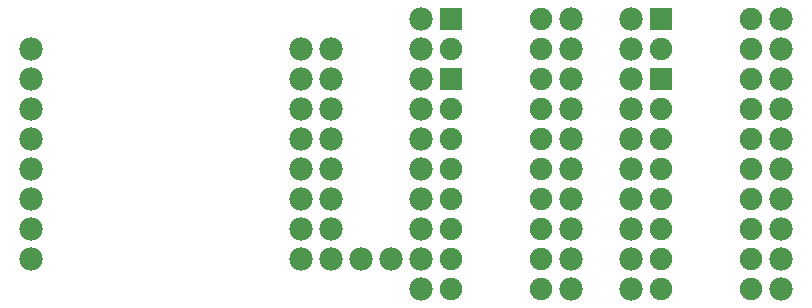
<source format=gtl>
G04 MADE WITH FRITZING*
G04 WWW.FRITZING.ORG*
G04 DOUBLE SIDED*
G04 HOLES PLATED*
G04 CONTOUR ON CENTER OF CONTOUR VECTOR*
%ASAXBY*%
%FSLAX23Y23*%
%MOIN*%
%OFA0B0*%
%SFA1.0B1.0*%
%ADD10C,0.078000*%
%ADD11C,0.075000*%
%ADD12R,0.075000X0.075000*%
%LNCOPPER1*%
G90*
G70*
G54D10*
X1873Y1172D03*
X1873Y1072D03*
X1873Y972D03*
X1873Y872D03*
X1873Y772D03*
X1873Y672D03*
X1873Y572D03*
X1873Y472D03*
X1873Y372D03*
X1873Y272D03*
X1373Y1172D03*
X1373Y1072D03*
X1373Y972D03*
X1373Y872D03*
X1373Y772D03*
X1373Y672D03*
X1373Y572D03*
X1373Y472D03*
X1373Y372D03*
X1373Y272D03*
X2073Y1172D03*
X2073Y1072D03*
X2073Y972D03*
X2073Y872D03*
X2073Y772D03*
X2073Y672D03*
X2073Y572D03*
X2073Y472D03*
X2073Y372D03*
X2073Y272D03*
X2573Y1172D03*
X2573Y1072D03*
X2573Y972D03*
X2573Y872D03*
X2573Y772D03*
X2573Y672D03*
X2573Y572D03*
X2573Y472D03*
X2573Y372D03*
X2573Y272D03*
G54D11*
X2173Y1172D03*
X2473Y1172D03*
X2173Y1072D03*
X2473Y1072D03*
X1473Y1172D03*
X1773Y1172D03*
X1473Y1072D03*
X1773Y1072D03*
G54D10*
X1073Y1072D03*
X1073Y972D03*
X1073Y872D03*
X1073Y772D03*
X1073Y672D03*
X1073Y572D03*
X1073Y472D03*
X1073Y372D03*
G54D11*
X1473Y972D03*
X1773Y972D03*
X1473Y872D03*
X1773Y872D03*
X1473Y772D03*
X1773Y772D03*
X1473Y672D03*
X1773Y672D03*
X1473Y572D03*
X1773Y572D03*
X1473Y472D03*
X1773Y472D03*
X1473Y372D03*
X1773Y372D03*
X1473Y272D03*
X1773Y272D03*
X2173Y972D03*
X2473Y972D03*
X2173Y872D03*
X2473Y872D03*
X2173Y772D03*
X2473Y772D03*
X2173Y672D03*
X2473Y672D03*
X2173Y572D03*
X2473Y572D03*
X2173Y472D03*
X2473Y472D03*
X2173Y372D03*
X2473Y372D03*
X2173Y272D03*
X2473Y272D03*
G54D10*
X1273Y372D03*
X1173Y372D03*
X73Y1072D03*
X73Y972D03*
X73Y872D03*
X73Y772D03*
X73Y672D03*
X73Y572D03*
X73Y472D03*
X73Y372D03*
X973Y1072D03*
X973Y972D03*
X973Y872D03*
X973Y772D03*
X973Y672D03*
X973Y572D03*
X973Y472D03*
X973Y372D03*
G54D12*
X2173Y1172D03*
X1473Y1172D03*
X1473Y972D03*
X2173Y972D03*
G04 End of Copper1*
M02*
</source>
